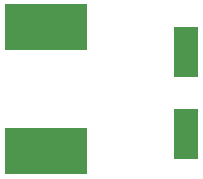
<source format=gts>
G04 DipTrace Beta 2.3.5.2*
%INBuckYeah.GTS*%
%MOIN*%
%ADD31R,0.2756X0.1575*%
%ADD33R,0.0827X0.1693*%
%FSLAX44Y44*%
G04*
G70*
G90*
G75*
G01*
%LNTopMask*%
%LPD*%
D31*
X2550Y5050D3*
Y924D3*
D33*
X7213Y1510D3*
Y4226D3*
M02*

</source>
